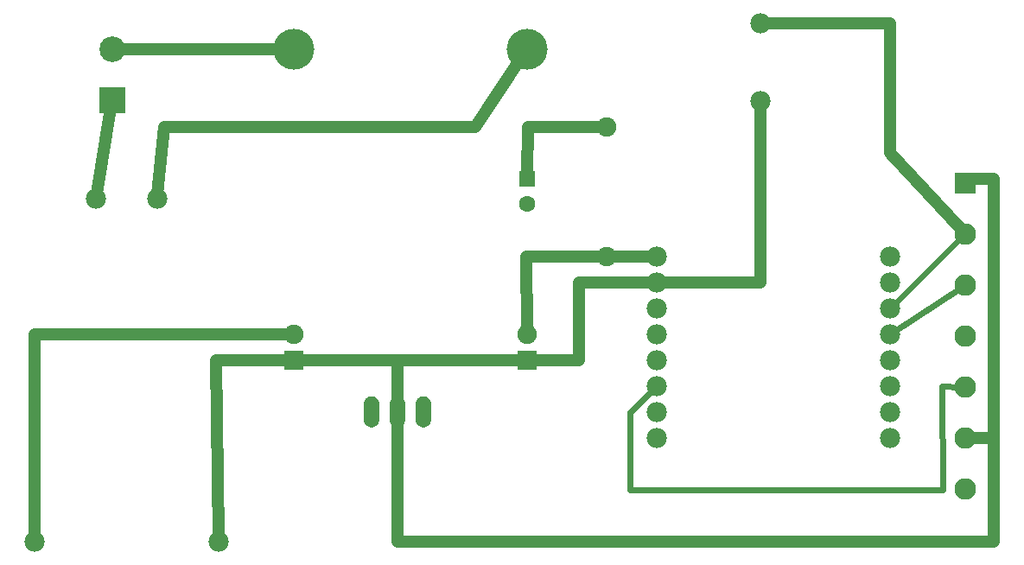
<source format=gbl>
G04 MADE WITH FRITZING*
G04 WWW.FRITZING.ORG*
G04 DOUBLE SIDED*
G04 HOLES PLATED*
G04 CONTOUR ON CENTER OF CONTOUR VECTOR*
%ASAXBY*%
%FSLAX23Y23*%
%MOIN*%
%OFA0B0*%
%SFA1.0B1.0*%
%ADD10C,0.078000*%
%ADD11C,0.157480*%
%ADD12C,0.053528*%
%ADD13C,0.075000*%
%ADD14C,0.062992*%
%ADD15C,0.077778*%
%ADD16C,0.083307*%
%ADD17C,0.099055*%
%ADD18R,0.075000X0.075000*%
%ADD19R,0.062992X0.062992*%
%ADD20R,0.083307X0.083307*%
%ADD21R,0.099055X0.099055*%
%ADD22C,0.048000*%
%ADD23C,0.024000*%
%ADD24R,0.001000X0.001000*%
%LNCOPPER0*%
G90*
G70*
G54D10*
X2996Y2237D03*
X2997Y2537D03*
X670Y1860D03*
X433Y1860D03*
X906Y537D03*
X197Y537D03*
G54D11*
X1197Y2437D03*
X2097Y2437D03*
G54D12*
X1497Y1037D03*
X1597Y1037D03*
X1697Y1037D03*
G54D13*
X1197Y1237D03*
X1197Y1337D03*
X2097Y1237D03*
X2097Y1337D03*
G54D14*
X2097Y1937D03*
X2097Y1838D03*
G54D13*
X2405Y1637D03*
X2405Y2137D03*
G54D15*
X3497Y937D03*
X3497Y1037D03*
X3497Y1137D03*
X3497Y1237D03*
X3497Y1337D03*
X3497Y1437D03*
X3497Y1537D03*
X3497Y1637D03*
X2597Y1637D03*
X2597Y1537D03*
X2597Y1437D03*
X2597Y1337D03*
X2597Y1237D03*
X2597Y1137D03*
X2597Y1037D03*
X2597Y937D03*
G54D16*
X3788Y1921D03*
X3788Y1724D03*
X3788Y1527D03*
X3788Y1330D03*
X3788Y1133D03*
X3788Y936D03*
X3788Y740D03*
G54D17*
X497Y2240D03*
X497Y2437D03*
G54D18*
X1197Y1237D03*
X2097Y1237D03*
G54D19*
X2097Y1937D03*
G54D20*
X3788Y1921D03*
G54D21*
X497Y2240D03*
G54D22*
X1597Y1236D02*
X1214Y1237D01*
D02*
X2079Y1237D02*
X1597Y1236D01*
D02*
X1297Y1237D02*
X1214Y1237D01*
D02*
X1597Y1236D02*
X1297Y1237D01*
D02*
X1597Y1060D02*
X1597Y1236D01*
D02*
X2297Y1535D02*
X2297Y1236D01*
D02*
X2297Y1236D02*
X2114Y1237D01*
D02*
X2579Y1537D02*
X2297Y1535D01*
G54D23*
D02*
X2495Y1037D02*
X2584Y1124D01*
D02*
X3697Y1137D02*
X3699Y735D01*
D02*
X3699Y735D02*
X2495Y735D01*
D02*
X2495Y735D02*
X2495Y1037D01*
D02*
X3766Y1134D02*
X3697Y1137D01*
G54D22*
D02*
X1597Y535D02*
X1597Y1014D01*
D02*
X3897Y537D02*
X1597Y535D01*
D02*
X3897Y937D02*
X3897Y537D01*
D02*
X3809Y937D02*
X3897Y937D01*
D02*
X3897Y937D02*
X3809Y937D01*
D02*
X3897Y1937D02*
X3897Y937D01*
D02*
X3797Y1937D02*
X3897Y1937D01*
D02*
X3797Y1937D02*
X3797Y1937D01*
D02*
X2095Y1636D02*
X2097Y1354D01*
D02*
X2579Y1637D02*
X2095Y1636D01*
D02*
X2579Y1637D02*
X2422Y1637D01*
D02*
X2997Y1535D02*
X2996Y2218D01*
D02*
X2615Y1537D02*
X2997Y1535D01*
D02*
X3016Y2537D02*
X3496Y2535D01*
D02*
X3496Y2535D02*
X3497Y2037D01*
D02*
X3497Y2037D02*
X3773Y1740D01*
G54D23*
D02*
X3772Y1709D02*
X3510Y1450D01*
D02*
X3769Y1515D02*
X3512Y1347D01*
G54D22*
D02*
X896Y1236D02*
X1179Y1237D01*
D02*
X906Y556D02*
X896Y1236D01*
D02*
X197Y556D02*
X196Y1337D01*
D02*
X196Y1337D02*
X1179Y1337D01*
D02*
X437Y1878D02*
X492Y2211D01*
D02*
X1157Y2437D02*
X526Y2437D01*
D02*
X1898Y2137D02*
X697Y2137D01*
D02*
X697Y2137D02*
X672Y1879D01*
D02*
X2075Y2404D02*
X1898Y2137D01*
D02*
X2099Y2137D02*
X2387Y2137D01*
D02*
X2097Y1953D02*
X2099Y2137D01*
G54D24*
X1490Y1096D02*
X1504Y1096D01*
X1590Y1096D02*
X1604Y1096D01*
X1690Y1096D02*
X1704Y1096D01*
X1487Y1095D02*
X1507Y1095D01*
X1587Y1095D02*
X1607Y1095D01*
X1687Y1095D02*
X1707Y1095D01*
X1485Y1094D02*
X1510Y1094D01*
X1585Y1094D02*
X1610Y1094D01*
X1684Y1094D02*
X1710Y1094D01*
X1483Y1093D02*
X1511Y1093D01*
X1583Y1093D02*
X1611Y1093D01*
X1683Y1093D02*
X1711Y1093D01*
X1481Y1092D02*
X1513Y1092D01*
X1581Y1092D02*
X1613Y1092D01*
X1681Y1092D02*
X1713Y1092D01*
X1480Y1091D02*
X1514Y1091D01*
X1580Y1091D02*
X1614Y1091D01*
X1680Y1091D02*
X1714Y1091D01*
X1478Y1090D02*
X1516Y1090D01*
X1578Y1090D02*
X1616Y1090D01*
X1678Y1090D02*
X1716Y1090D01*
X1477Y1089D02*
X1517Y1089D01*
X1577Y1089D02*
X1617Y1089D01*
X1677Y1089D02*
X1717Y1089D01*
X1476Y1088D02*
X1518Y1088D01*
X1576Y1088D02*
X1618Y1088D01*
X1676Y1088D02*
X1718Y1088D01*
X1475Y1087D02*
X1519Y1087D01*
X1575Y1087D02*
X1619Y1087D01*
X1675Y1087D02*
X1719Y1087D01*
X1474Y1086D02*
X1520Y1086D01*
X1574Y1086D02*
X1620Y1086D01*
X1674Y1086D02*
X1720Y1086D01*
X1474Y1085D02*
X1520Y1085D01*
X1574Y1085D02*
X1620Y1085D01*
X1674Y1085D02*
X1720Y1085D01*
X1473Y1084D02*
X1521Y1084D01*
X1573Y1084D02*
X1621Y1084D01*
X1673Y1084D02*
X1721Y1084D01*
X1472Y1083D02*
X1522Y1083D01*
X1572Y1083D02*
X1622Y1083D01*
X1672Y1083D02*
X1722Y1083D01*
X1472Y1082D02*
X1523Y1082D01*
X1572Y1082D02*
X1622Y1082D01*
X1672Y1082D02*
X1722Y1082D01*
X1471Y1081D02*
X1523Y1081D01*
X1571Y1081D02*
X1623Y1081D01*
X1671Y1081D02*
X1723Y1081D01*
X1471Y1080D02*
X1524Y1080D01*
X1571Y1080D02*
X1624Y1080D01*
X1671Y1080D02*
X1724Y1080D01*
X1470Y1079D02*
X1524Y1079D01*
X1570Y1079D02*
X1624Y1079D01*
X1670Y1079D02*
X1724Y1079D01*
X1470Y1078D02*
X1524Y1078D01*
X1570Y1078D02*
X1624Y1078D01*
X1670Y1078D02*
X1724Y1078D01*
X1469Y1077D02*
X1525Y1077D01*
X1569Y1077D02*
X1625Y1077D01*
X1669Y1077D02*
X1725Y1077D01*
X1469Y1076D02*
X1525Y1076D01*
X1569Y1076D02*
X1625Y1076D01*
X1669Y1076D02*
X1725Y1076D01*
X1469Y1075D02*
X1525Y1075D01*
X1569Y1075D02*
X1625Y1075D01*
X1669Y1075D02*
X1725Y1075D01*
X1468Y1074D02*
X1526Y1074D01*
X1568Y1074D02*
X1626Y1074D01*
X1668Y1074D02*
X1726Y1074D01*
X1468Y1073D02*
X1526Y1073D01*
X1568Y1073D02*
X1626Y1073D01*
X1668Y1073D02*
X1726Y1073D01*
X1468Y1072D02*
X1526Y1072D01*
X1568Y1072D02*
X1626Y1072D01*
X1668Y1072D02*
X1726Y1072D01*
X1468Y1071D02*
X1526Y1071D01*
X1568Y1071D02*
X1626Y1071D01*
X1668Y1071D02*
X1726Y1071D01*
X1468Y1070D02*
X1526Y1070D01*
X1568Y1070D02*
X1626Y1070D01*
X1668Y1070D02*
X1726Y1070D01*
X1468Y1069D02*
X1526Y1069D01*
X1568Y1069D02*
X1626Y1069D01*
X1668Y1069D02*
X1726Y1069D01*
X1468Y1068D02*
X1526Y1068D01*
X1568Y1068D02*
X1626Y1068D01*
X1668Y1068D02*
X1726Y1068D01*
X1468Y1067D02*
X1527Y1067D01*
X1568Y1067D02*
X1626Y1067D01*
X1668Y1067D02*
X1726Y1067D01*
X1468Y1066D02*
X1527Y1066D01*
X1568Y1066D02*
X1627Y1066D01*
X1668Y1066D02*
X1727Y1066D01*
X1468Y1065D02*
X1527Y1065D01*
X1568Y1065D02*
X1627Y1065D01*
X1668Y1065D02*
X1727Y1065D01*
X1468Y1064D02*
X1527Y1064D01*
X1568Y1064D02*
X1627Y1064D01*
X1668Y1064D02*
X1727Y1064D01*
X1468Y1063D02*
X1527Y1063D01*
X1568Y1063D02*
X1627Y1063D01*
X1668Y1063D02*
X1727Y1063D01*
X1468Y1062D02*
X1527Y1062D01*
X1568Y1062D02*
X1627Y1062D01*
X1668Y1062D02*
X1727Y1062D01*
X1468Y1061D02*
X1527Y1061D01*
X1568Y1061D02*
X1627Y1061D01*
X1668Y1061D02*
X1727Y1061D01*
X1468Y1060D02*
X1527Y1060D01*
X1568Y1060D02*
X1627Y1060D01*
X1668Y1060D02*
X1727Y1060D01*
X1468Y1059D02*
X1527Y1059D01*
X1568Y1059D02*
X1627Y1059D01*
X1668Y1059D02*
X1727Y1059D01*
X1468Y1058D02*
X1527Y1058D01*
X1568Y1058D02*
X1627Y1058D01*
X1668Y1058D02*
X1727Y1058D01*
X1468Y1057D02*
X1527Y1057D01*
X1568Y1057D02*
X1627Y1057D01*
X1668Y1057D02*
X1727Y1057D01*
X1468Y1056D02*
X1491Y1056D01*
X1503Y1056D02*
X1527Y1056D01*
X1568Y1056D02*
X1591Y1056D01*
X1603Y1056D02*
X1627Y1056D01*
X1668Y1056D02*
X1691Y1056D01*
X1703Y1056D02*
X1727Y1056D01*
X1468Y1055D02*
X1488Y1055D01*
X1506Y1055D02*
X1527Y1055D01*
X1568Y1055D02*
X1588Y1055D01*
X1606Y1055D02*
X1627Y1055D01*
X1668Y1055D02*
X1688Y1055D01*
X1706Y1055D02*
X1727Y1055D01*
X1468Y1054D02*
X1486Y1054D01*
X1508Y1054D02*
X1527Y1054D01*
X1568Y1054D02*
X1586Y1054D01*
X1608Y1054D02*
X1627Y1054D01*
X1668Y1054D02*
X1686Y1054D01*
X1708Y1054D02*
X1727Y1054D01*
X1468Y1053D02*
X1485Y1053D01*
X1509Y1053D02*
X1527Y1053D01*
X1568Y1053D02*
X1585Y1053D01*
X1609Y1053D02*
X1627Y1053D01*
X1668Y1053D02*
X1685Y1053D01*
X1709Y1053D02*
X1727Y1053D01*
X1468Y1052D02*
X1483Y1052D01*
X1511Y1052D02*
X1527Y1052D01*
X1568Y1052D02*
X1583Y1052D01*
X1611Y1052D02*
X1627Y1052D01*
X1668Y1052D02*
X1683Y1052D01*
X1711Y1052D02*
X1727Y1052D01*
X1468Y1051D02*
X1482Y1051D01*
X1512Y1051D02*
X1527Y1051D01*
X1568Y1051D02*
X1582Y1051D01*
X1612Y1051D02*
X1627Y1051D01*
X1668Y1051D02*
X1682Y1051D01*
X1712Y1051D02*
X1727Y1051D01*
X1468Y1050D02*
X1481Y1050D01*
X1513Y1050D02*
X1527Y1050D01*
X1568Y1050D02*
X1581Y1050D01*
X1613Y1050D02*
X1627Y1050D01*
X1668Y1050D02*
X1681Y1050D01*
X1713Y1050D02*
X1727Y1050D01*
X1468Y1049D02*
X1481Y1049D01*
X1513Y1049D02*
X1527Y1049D01*
X1568Y1049D02*
X1581Y1049D01*
X1613Y1049D02*
X1627Y1049D01*
X1668Y1049D02*
X1681Y1049D01*
X1713Y1049D02*
X1727Y1049D01*
X1468Y1048D02*
X1480Y1048D01*
X1514Y1048D02*
X1527Y1048D01*
X1568Y1048D02*
X1580Y1048D01*
X1614Y1048D02*
X1627Y1048D01*
X1668Y1048D02*
X1680Y1048D01*
X1714Y1048D02*
X1727Y1048D01*
X1468Y1047D02*
X1479Y1047D01*
X1515Y1047D02*
X1527Y1047D01*
X1568Y1047D02*
X1579Y1047D01*
X1615Y1047D02*
X1627Y1047D01*
X1668Y1047D02*
X1679Y1047D01*
X1715Y1047D02*
X1727Y1047D01*
X1468Y1046D02*
X1479Y1046D01*
X1515Y1046D02*
X1527Y1046D01*
X1568Y1046D02*
X1579Y1046D01*
X1615Y1046D02*
X1627Y1046D01*
X1668Y1046D02*
X1679Y1046D01*
X1715Y1046D02*
X1727Y1046D01*
X1468Y1045D02*
X1478Y1045D01*
X1516Y1045D02*
X1527Y1045D01*
X1568Y1045D02*
X1578Y1045D01*
X1616Y1045D02*
X1627Y1045D01*
X1668Y1045D02*
X1678Y1045D01*
X1716Y1045D02*
X1727Y1045D01*
X1468Y1044D02*
X1478Y1044D01*
X1516Y1044D02*
X1527Y1044D01*
X1568Y1044D02*
X1578Y1044D01*
X1616Y1044D02*
X1627Y1044D01*
X1668Y1044D02*
X1678Y1044D01*
X1716Y1044D02*
X1727Y1044D01*
X1468Y1043D02*
X1478Y1043D01*
X1517Y1043D02*
X1527Y1043D01*
X1568Y1043D02*
X1578Y1043D01*
X1616Y1043D02*
X1627Y1043D01*
X1668Y1043D02*
X1678Y1043D01*
X1716Y1043D02*
X1727Y1043D01*
X1468Y1042D02*
X1477Y1042D01*
X1517Y1042D02*
X1527Y1042D01*
X1568Y1042D02*
X1577Y1042D01*
X1617Y1042D02*
X1627Y1042D01*
X1668Y1042D02*
X1677Y1042D01*
X1717Y1042D02*
X1727Y1042D01*
X1468Y1041D02*
X1477Y1041D01*
X1517Y1041D02*
X1527Y1041D01*
X1568Y1041D02*
X1577Y1041D01*
X1617Y1041D02*
X1627Y1041D01*
X1668Y1041D02*
X1677Y1041D01*
X1717Y1041D02*
X1727Y1041D01*
X1468Y1040D02*
X1477Y1040D01*
X1517Y1040D02*
X1527Y1040D01*
X1568Y1040D02*
X1577Y1040D01*
X1617Y1040D02*
X1627Y1040D01*
X1668Y1040D02*
X1677Y1040D01*
X1717Y1040D02*
X1727Y1040D01*
X1468Y1039D02*
X1477Y1039D01*
X1517Y1039D02*
X1527Y1039D01*
X1568Y1039D02*
X1577Y1039D01*
X1617Y1039D02*
X1627Y1039D01*
X1668Y1039D02*
X1677Y1039D01*
X1717Y1039D02*
X1727Y1039D01*
X1468Y1038D02*
X1477Y1038D01*
X1517Y1038D02*
X1527Y1038D01*
X1568Y1038D02*
X1577Y1038D01*
X1617Y1038D02*
X1627Y1038D01*
X1668Y1038D02*
X1677Y1038D01*
X1717Y1038D02*
X1727Y1038D01*
X1468Y1037D02*
X1477Y1037D01*
X1518Y1037D02*
X1527Y1037D01*
X1568Y1037D02*
X1577Y1037D01*
X1617Y1037D02*
X1627Y1037D01*
X1668Y1037D02*
X1677Y1037D01*
X1717Y1037D02*
X1727Y1037D01*
X1468Y1036D02*
X1477Y1036D01*
X1517Y1036D02*
X1527Y1036D01*
X1568Y1036D02*
X1577Y1036D01*
X1617Y1036D02*
X1627Y1036D01*
X1668Y1036D02*
X1677Y1036D01*
X1717Y1036D02*
X1727Y1036D01*
X1468Y1035D02*
X1477Y1035D01*
X1517Y1035D02*
X1527Y1035D01*
X1568Y1035D02*
X1577Y1035D01*
X1617Y1035D02*
X1627Y1035D01*
X1668Y1035D02*
X1677Y1035D01*
X1717Y1035D02*
X1727Y1035D01*
X1468Y1034D02*
X1477Y1034D01*
X1517Y1034D02*
X1527Y1034D01*
X1568Y1034D02*
X1577Y1034D01*
X1617Y1034D02*
X1627Y1034D01*
X1668Y1034D02*
X1677Y1034D01*
X1717Y1034D02*
X1727Y1034D01*
X1468Y1033D02*
X1477Y1033D01*
X1517Y1033D02*
X1527Y1033D01*
X1568Y1033D02*
X1577Y1033D01*
X1617Y1033D02*
X1627Y1033D01*
X1668Y1033D02*
X1677Y1033D01*
X1717Y1033D02*
X1727Y1033D01*
X1468Y1032D02*
X1477Y1032D01*
X1517Y1032D02*
X1527Y1032D01*
X1568Y1032D02*
X1577Y1032D01*
X1617Y1032D02*
X1627Y1032D01*
X1668Y1032D02*
X1677Y1032D01*
X1717Y1032D02*
X1727Y1032D01*
X1468Y1031D02*
X1478Y1031D01*
X1517Y1031D02*
X1527Y1031D01*
X1568Y1031D02*
X1578Y1031D01*
X1616Y1031D02*
X1627Y1031D01*
X1668Y1031D02*
X1678Y1031D01*
X1716Y1031D02*
X1727Y1031D01*
X1468Y1030D02*
X1478Y1030D01*
X1516Y1030D02*
X1527Y1030D01*
X1568Y1030D02*
X1578Y1030D01*
X1616Y1030D02*
X1627Y1030D01*
X1668Y1030D02*
X1678Y1030D01*
X1716Y1030D02*
X1727Y1030D01*
X1468Y1029D02*
X1478Y1029D01*
X1516Y1029D02*
X1527Y1029D01*
X1568Y1029D02*
X1578Y1029D01*
X1616Y1029D02*
X1627Y1029D01*
X1668Y1029D02*
X1678Y1029D01*
X1716Y1029D02*
X1727Y1029D01*
X1468Y1028D02*
X1479Y1028D01*
X1515Y1028D02*
X1527Y1028D01*
X1568Y1028D02*
X1579Y1028D01*
X1615Y1028D02*
X1627Y1028D01*
X1668Y1028D02*
X1679Y1028D01*
X1715Y1028D02*
X1727Y1028D01*
X1468Y1027D02*
X1479Y1027D01*
X1515Y1027D02*
X1527Y1027D01*
X1568Y1027D02*
X1579Y1027D01*
X1615Y1027D02*
X1627Y1027D01*
X1668Y1027D02*
X1679Y1027D01*
X1715Y1027D02*
X1727Y1027D01*
X1468Y1026D02*
X1480Y1026D01*
X1514Y1026D02*
X1527Y1026D01*
X1568Y1026D02*
X1580Y1026D01*
X1614Y1026D02*
X1627Y1026D01*
X1668Y1026D02*
X1680Y1026D01*
X1714Y1026D02*
X1727Y1026D01*
X1468Y1025D02*
X1481Y1025D01*
X1513Y1025D02*
X1527Y1025D01*
X1568Y1025D02*
X1581Y1025D01*
X1613Y1025D02*
X1627Y1025D01*
X1668Y1025D02*
X1681Y1025D01*
X1713Y1025D02*
X1727Y1025D01*
X1468Y1024D02*
X1481Y1024D01*
X1513Y1024D02*
X1527Y1024D01*
X1568Y1024D02*
X1581Y1024D01*
X1613Y1024D02*
X1627Y1024D01*
X1668Y1024D02*
X1681Y1024D01*
X1713Y1024D02*
X1727Y1024D01*
X1468Y1023D02*
X1482Y1023D01*
X1512Y1023D02*
X1527Y1023D01*
X1568Y1023D02*
X1582Y1023D01*
X1612Y1023D02*
X1627Y1023D01*
X1668Y1023D02*
X1682Y1023D01*
X1712Y1023D02*
X1727Y1023D01*
X1468Y1022D02*
X1483Y1022D01*
X1511Y1022D02*
X1527Y1022D01*
X1568Y1022D02*
X1583Y1022D01*
X1611Y1022D02*
X1627Y1022D01*
X1668Y1022D02*
X1683Y1022D01*
X1711Y1022D02*
X1727Y1022D01*
X1468Y1021D02*
X1485Y1021D01*
X1509Y1021D02*
X1527Y1021D01*
X1568Y1021D02*
X1585Y1021D01*
X1609Y1021D02*
X1627Y1021D01*
X1668Y1021D02*
X1685Y1021D01*
X1709Y1021D02*
X1727Y1021D01*
X1468Y1020D02*
X1486Y1020D01*
X1508Y1020D02*
X1527Y1020D01*
X1568Y1020D02*
X1586Y1020D01*
X1608Y1020D02*
X1627Y1020D01*
X1668Y1020D02*
X1686Y1020D01*
X1708Y1020D02*
X1727Y1020D01*
X1468Y1019D02*
X1488Y1019D01*
X1506Y1019D02*
X1527Y1019D01*
X1568Y1019D02*
X1588Y1019D01*
X1606Y1019D02*
X1627Y1019D01*
X1668Y1019D02*
X1688Y1019D01*
X1706Y1019D02*
X1727Y1019D01*
X1468Y1018D02*
X1491Y1018D01*
X1503Y1018D02*
X1527Y1018D01*
X1568Y1018D02*
X1591Y1018D01*
X1603Y1018D02*
X1627Y1018D01*
X1668Y1018D02*
X1691Y1018D01*
X1703Y1018D02*
X1727Y1018D01*
X1468Y1017D02*
X1527Y1017D01*
X1568Y1017D02*
X1627Y1017D01*
X1668Y1017D02*
X1727Y1017D01*
X1468Y1016D02*
X1527Y1016D01*
X1568Y1016D02*
X1627Y1016D01*
X1668Y1016D02*
X1727Y1016D01*
X1468Y1015D02*
X1527Y1015D01*
X1568Y1015D02*
X1627Y1015D01*
X1668Y1015D02*
X1727Y1015D01*
X1468Y1014D02*
X1527Y1014D01*
X1568Y1014D02*
X1627Y1014D01*
X1668Y1014D02*
X1727Y1014D01*
X1468Y1013D02*
X1527Y1013D01*
X1568Y1013D02*
X1627Y1013D01*
X1668Y1013D02*
X1727Y1013D01*
X1468Y1012D02*
X1527Y1012D01*
X1568Y1012D02*
X1627Y1012D01*
X1668Y1012D02*
X1727Y1012D01*
X1468Y1011D02*
X1527Y1011D01*
X1568Y1011D02*
X1627Y1011D01*
X1668Y1011D02*
X1727Y1011D01*
X1468Y1010D02*
X1527Y1010D01*
X1568Y1010D02*
X1627Y1010D01*
X1668Y1010D02*
X1727Y1010D01*
X1468Y1009D02*
X1527Y1009D01*
X1568Y1009D02*
X1627Y1009D01*
X1668Y1009D02*
X1727Y1009D01*
X1468Y1008D02*
X1527Y1008D01*
X1568Y1008D02*
X1627Y1008D01*
X1668Y1008D02*
X1727Y1008D01*
X1468Y1007D02*
X1527Y1007D01*
X1568Y1007D02*
X1626Y1007D01*
X1668Y1007D02*
X1726Y1007D01*
X1468Y1006D02*
X1526Y1006D01*
X1568Y1006D02*
X1626Y1006D01*
X1668Y1006D02*
X1726Y1006D01*
X1468Y1005D02*
X1526Y1005D01*
X1568Y1005D02*
X1626Y1005D01*
X1668Y1005D02*
X1726Y1005D01*
X1468Y1004D02*
X1526Y1004D01*
X1568Y1004D02*
X1626Y1004D01*
X1668Y1004D02*
X1726Y1004D01*
X1468Y1003D02*
X1526Y1003D01*
X1568Y1003D02*
X1626Y1003D01*
X1668Y1003D02*
X1726Y1003D01*
X1468Y1002D02*
X1526Y1002D01*
X1568Y1002D02*
X1626Y1002D01*
X1668Y1002D02*
X1726Y1002D01*
X1468Y1001D02*
X1526Y1001D01*
X1568Y1001D02*
X1626Y1001D01*
X1668Y1001D02*
X1726Y1001D01*
X1468Y1000D02*
X1526Y1000D01*
X1568Y1000D02*
X1626Y1000D01*
X1668Y1000D02*
X1726Y1000D01*
X1469Y999D02*
X1525Y999D01*
X1569Y999D02*
X1625Y999D01*
X1669Y999D02*
X1725Y999D01*
X1469Y998D02*
X1525Y998D01*
X1569Y998D02*
X1625Y998D01*
X1669Y998D02*
X1725Y998D01*
X1469Y997D02*
X1525Y997D01*
X1569Y997D02*
X1625Y997D01*
X1669Y997D02*
X1725Y997D01*
X1470Y996D02*
X1524Y996D01*
X1570Y996D02*
X1624Y996D01*
X1670Y996D02*
X1724Y996D01*
X1470Y995D02*
X1524Y995D01*
X1570Y995D02*
X1624Y995D01*
X1670Y995D02*
X1724Y995D01*
X1471Y994D02*
X1524Y994D01*
X1571Y994D02*
X1623Y994D01*
X1671Y994D02*
X1723Y994D01*
X1471Y993D02*
X1523Y993D01*
X1571Y993D02*
X1623Y993D01*
X1671Y993D02*
X1723Y993D01*
X1472Y992D02*
X1522Y992D01*
X1572Y992D02*
X1622Y992D01*
X1672Y992D02*
X1722Y992D01*
X1472Y991D02*
X1522Y991D01*
X1572Y991D02*
X1622Y991D01*
X1672Y991D02*
X1722Y991D01*
X1473Y990D02*
X1521Y990D01*
X1573Y990D02*
X1621Y990D01*
X1673Y990D02*
X1721Y990D01*
X1474Y989D02*
X1520Y989D01*
X1574Y989D02*
X1620Y989D01*
X1674Y989D02*
X1720Y989D01*
X1474Y988D02*
X1520Y988D01*
X1574Y988D02*
X1620Y988D01*
X1674Y988D02*
X1720Y988D01*
X1475Y987D02*
X1519Y987D01*
X1575Y987D02*
X1619Y987D01*
X1675Y987D02*
X1719Y987D01*
X1476Y986D02*
X1518Y986D01*
X1576Y986D02*
X1618Y986D01*
X1676Y986D02*
X1718Y986D01*
X1477Y985D02*
X1517Y985D01*
X1577Y985D02*
X1617Y985D01*
X1677Y985D02*
X1717Y985D01*
X1478Y984D02*
X1516Y984D01*
X1578Y984D02*
X1616Y984D01*
X1678Y984D02*
X1716Y984D01*
X1480Y983D02*
X1514Y983D01*
X1580Y983D02*
X1614Y983D01*
X1680Y983D02*
X1714Y983D01*
X1481Y982D02*
X1513Y982D01*
X1581Y982D02*
X1613Y982D01*
X1681Y982D02*
X1713Y982D01*
X1483Y981D02*
X1511Y981D01*
X1583Y981D02*
X1611Y981D01*
X1683Y981D02*
X1711Y981D01*
X1485Y980D02*
X1509Y980D01*
X1585Y980D02*
X1609Y980D01*
X1685Y980D02*
X1709Y980D01*
X1487Y979D02*
X1507Y979D01*
X1587Y979D02*
X1607Y979D01*
X1687Y979D02*
X1707Y979D01*
X1490Y978D02*
X1504Y978D01*
X1590Y978D02*
X1604Y978D01*
X1690Y978D02*
X1704Y978D01*
D02*
G04 End of Copper0*
M02*
</source>
